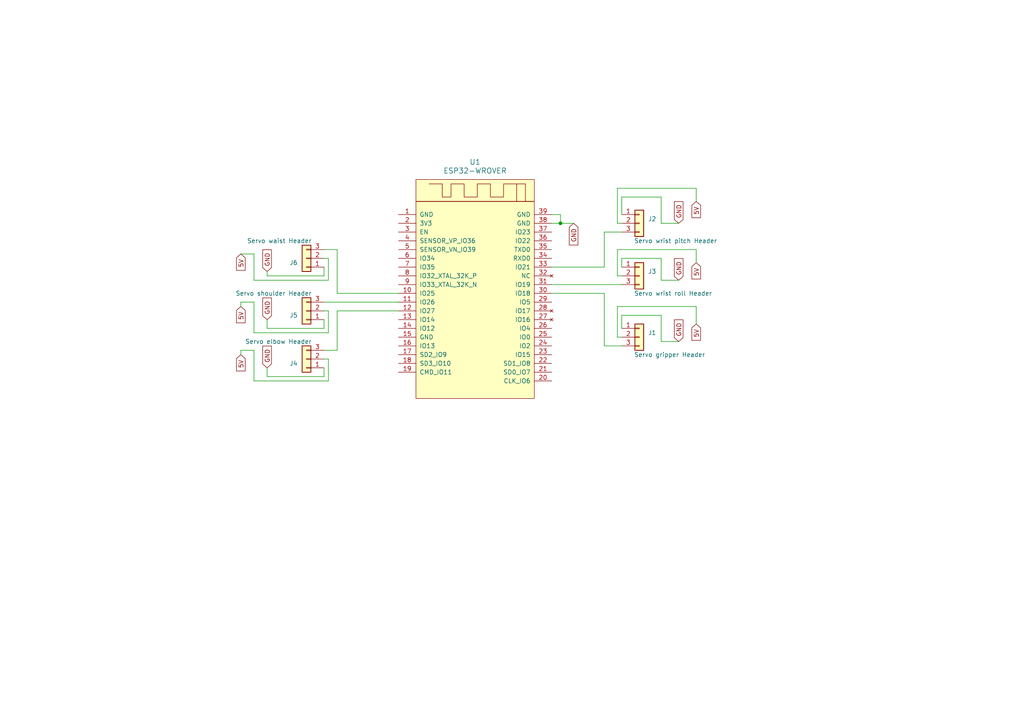
<source format=kicad_sch>
(kicad_sch (version 20231120) (generator "eeschema") (generator_version "8.0")
  (paper "A4")
  (lib_symbols
    (symbol "Connector_Generic:Conn_01x03" (pin_names (offset 1.016) hide)
      (property "Reference" "J" (at 0 5.08 0))
      (property "Value" "Conn_01x03" (at 0 -5.08 0))
      (symbol "Conn_01x03_1_1"
        (rectangle (start -1.27 -2.413) (end 0 -2.667) (stroke (width 0.1524)))
        (rectangle (start -1.27 0.127) (end 0 -0.127) (stroke (width 0.1524)))
        (rectangle (start -1.27 2.667) (end 0 2.413) (stroke (width 0.1524)))
        (rectangle (start -1.27 3.81) (end 1.27 -3.81) (stroke (width 0.254)) (fill (type background)))
        (pin passive line (at -5.08 2.54 0) (length 3.81) (name "Pin_1") (number "1"))
        (pin passive line (at -5.08 0 0) (length 3.81) (name "Pin_2") (number "2"))
        (pin passive line (at -5.08 -2.54 0) (length 3.81) (name "Pin_3") (number "3"))
      )
    )
    (symbol "esp32-wrover:ESP32-WROVER" (pin_names (offset 1.016))
      (property "Reference" "U" (at -15.24 -33.02 0))
      (property "Value" "ESP32-WROVER" (at 6.35 -33.02 0))
      (symbol "ESP32-WROVER_0_1"
        (rectangle (start -17.78 22.86) (end 16.51 -34.29) (fill (type background)))
        (rectangle (start -17.78 29.21) (end 16.51 22.86) (fill (type background)))
        (polyline (pts (xy 11.43 27.94) (xy 13.97 27.94) (xy 13.97 22.86)))
        (polyline (pts (xy -13.97 27.94) (xy -10.16 27.94) (xy -10.16 24.13) (xy -7.62 24.13) (xy -7.62 27.94) (xy -3.81 27.94) (xy -3.81 24.13) (xy 0 24.13) (xy 0 27.94) (xy 3.81 27.94) (xy 3.81 24.13) (xy 7.62 24.13) (xy 7.62 27.94) (xy 11.43 27.94) (xy 11.43 22.86)))
      )
      (symbol "ESP32-WROVER_1_1"
        (pin power_in line (at -22.86 19.05 0) (length 5.08) (name "GND") (number "1"))
        (pin bidirectional line (at -22.86 -3.81 0) (length 5.08) (name "IO25") (number "10"))
        (pin bidirectional line (at -22.86 -6.35 0) (length 5.08) (name "IO26") (number "11"))
        (pin bidirectional line (at -22.86 -8.89 0) (length 5.08) (name "IO27") (number "12"))
        (pin bidirectional line (at -22.86 -11.43 0) (length 5.08) (name "IO14") (number "13"))
        (pin bidirectional line (at -22.86 -13.97 0) (length 5.08) (name "IO12") (number "14"))
        (pin power_in line (at -22.86 -16.51 0) (length 5.08) (name "GND") (number "15"))
        (pin bidirectional line (at -22.86 -19.05 0) (length 5.08) (name "IO13") (number "16"))
        (pin bidirectional line (at -22.86 -21.59 0) (length 5.08) (name "SD2_IO9") (number "17"))
        (pin bidirectional line (at -22.86 -24.13 0) (length 5.08) (name "SD3_IO10") (number "18"))
        (pin bidirectional line (at -22.86 -26.67 0) (length 5.08) (name "CMD_IO11") (number "19"))
        (pin power_in line (at -22.86 16.51 0) (length 5.08) (name "3V3") (number "2"))
        (pin bidirectional line (at 21.59 -29.21 180) (length 5.08) (name "CLK_IO6") (number "20"))
        (pin bidirectional line (at 21.59 -26.67 180) (length 5.08) (name "SD0_IO7") (number "21"))
        (pin bidirectional line (at 21.59 -24.13 180) (length 5.08) (name "SD1_IO8") (number "22"))
        (pin bidirectional line (at 21.59 -21.59 180) (length 5.08) (name "IO15") (number "23"))
        (pin bidirectional line (at 21.59 -19.05 180) (length 5.08) (name "IO2") (number "24"))
        (pin bidirectional line (at 21.59 -16.51 180) (length 5.08) (name "IO0") (number "25"))
        (pin bidirectional line (at 21.59 -13.97 180) (length 5.08) (name "IO4") (number "26"))
        (pin no_connect line (at 21.59 -11.43 180) (length 5.08) (name "IO16") (number "27"))
        (pin no_connect line (at 21.59 -8.89 180) (length 5.08) (name "IO17") (number "28"))
        (pin bidirectional line (at 21.59 -6.35 180) (length 5.08) (name "IO5") (number "29"))
        (pin input line (at -22.86 13.97 0) (length 5.08) (name "EN") (number "3"))
        (pin bidirectional line (at 21.59 -3.81 180) (length 5.08) (name "IO18") (number "30"))
        (pin bidirectional line (at 21.59 -1.27 180) (length 5.08) (name "IO19") (number "31"))
        (pin no_connect line (at 21.59 1.27 180) (length 5.08) (name "NC") (number "32"))
        (pin bidirectional line (at 21.59 3.81 180) (length 5.08) (name "IO21") (number "33"))
        (pin input line (at 21.59 6.35 180) (length 5.08) (name "RXD0") (number "34"))
        (pin output line (at 21.59 8.89 180) (length 5.08) (name "TXD0") (number "35"))
        (pin bidirectional line (at 21.59 11.43 180) (length 5.08) (name "IO22") (number "36"))
        (pin bidirectional line (at 21.59 13.97 180) (length 5.08) (name "IO23") (number "37"))
        (pin power_in line (at 21.59 16.51 180) (length 5.08) (name "GND") (number "38"))
        (pin power_in line (at 21.59 19.05 180) (length 5.08) (name "GND") (number "39"))
        (pin input line (at -22.86 11.43 0) (length 5.08) (name "SENSOR_VP_IO36") (number "4"))
        (pin input line (at -22.86 8.89 0) (length 5.08) (name "SENSOR_VN_IO39") (number "5"))
        (pin input line (at -22.86 6.35 0) (length 5.08) (name "IO34") (number "6"))
        (pin input line (at -22.86 3.81 0) (length 5.08) (name "IO35") (number "7"))
        (pin bidirectional line (at -22.86 1.27 0) (length 5.08) (name "IO32_XTAL_32K_P") (number "8"))
        (pin bidirectional line (at -22.86 -1.27 0) (length 5.08) (name "IO33_XTAL_32K_N") (number "9"))
      )
    )
  )
  (junction (at 162.56 64.77))
  (wire (pts (xy 77.47 80.01) (xy 93.98 80.01)))
  (wire (pts (xy 179.07 54.61) (xy 179.07 64.77)))
  (wire (pts (xy 179.07 97.79) (xy 180.34 97.79)))
  (wire (pts (xy 191.77 74.93) (xy 180.34 74.93)))
  (wire (pts (xy 95.25 74.93) (xy 93.98 74.93)))
  (wire (pts (xy 196.85 64.77) (xy 191.77 64.77)))
  (wire (pts (xy 69.85 101.6) (xy 73.66 101.6)))
  (wire (pts (xy 196.85 81.28) (xy 191.77 81.28)))
  (wire (pts (xy 179.07 64.77) (xy 180.34 64.77)))
  (wire (pts (xy 77.47 106.68) (xy 77.47 109.22)))
  (wire (pts (xy 179.07 80.01) (xy 180.34 80.01)))
  (wire (pts (xy 180.34 57.15) (xy 180.34 62.23)))
  (wire (pts (xy 97.79 90.17) (xy 115.57 90.17)))
  (wire (pts (xy 175.26 100.33) (xy 175.26 85.09)))
  (wire (pts (xy 201.93 93.98) (xy 201.93 88.9)))
  (wire (pts (xy 77.47 78.74) (xy 77.47 80.01)))
  (wire (pts (xy 175.26 67.31) (xy 175.26 77.47)))
  (wire (pts (xy 69.85 87.63) (xy 73.66 87.63)))
  (wire (pts (xy 175.26 85.09) (xy 160.02 85.09)))
  (wire (pts (xy 162.56 64.77) (xy 166.37 64.77)))
  (wire (pts (xy 191.77 99.06) (xy 191.77 91.44)))
  (wire (pts (xy 77.47 95.25) (xy 93.98 95.25)))
  (wire (pts (xy 201.93 54.61) (xy 179.07 54.61)))
  (wire (pts (xy 95.25 90.17) (xy 93.98 90.17)))
  (wire (pts (xy 201.93 88.9) (xy 179.07 88.9)))
  (wire (pts (xy 180.34 100.33) (xy 175.26 100.33)))
  (wire (pts (xy 73.66 81.28) (xy 95.25 81.28)))
  (wire (pts (xy 97.79 72.39) (xy 97.79 85.09)))
  (wire (pts (xy 180.34 91.44) (xy 180.34 95.25)))
  (wire (pts (xy 73.66 101.6) (xy 73.66 110.49)))
  (wire (pts (xy 191.77 64.77) (xy 191.77 57.15)))
  (wire (pts (xy 191.77 57.15) (xy 180.34 57.15)))
  (wire (pts (xy 73.66 110.49) (xy 95.25 110.49)))
  (wire (pts (xy 180.34 67.31) (xy 175.26 67.31)))
  (wire (pts (xy 179.07 88.9) (xy 179.07 97.79)))
  (wire (pts (xy 179.07 72.39) (xy 179.07 80.01)))
  (wire (pts (xy 93.98 72.39) (xy 97.79 72.39)))
  (wire (pts (xy 160.02 64.77) (xy 162.56 64.77)))
  (wire (pts (xy 95.25 96.52) (xy 95.25 90.17)))
  (wire (pts (xy 93.98 95.25) (xy 93.98 92.71)))
  (wire (pts (xy 201.93 58.42) (xy 201.93 54.61)))
  (wire (pts (xy 97.79 85.09) (xy 115.57 85.09)))
  (wire (pts (xy 180.34 74.93) (xy 180.34 77.47)))
  (wire (pts (xy 201.93 76.2) (xy 201.93 72.39)))
  (wire (pts (xy 95.25 81.28) (xy 95.25 74.93)))
  (wire (pts (xy 162.56 62.23) (xy 160.02 62.23)))
  (wire (pts (xy 191.77 81.28) (xy 191.77 74.93)))
  (wire (pts (xy 196.85 99.06) (xy 191.77 99.06)))
  (wire (pts (xy 77.47 92.71) (xy 77.47 95.25)))
  (wire (pts (xy 93.98 77.47) (xy 93.98 80.01)))
  (wire (pts (xy 73.66 73.66) (xy 73.66 81.28)))
  (wire (pts (xy 201.93 72.39) (xy 179.07 72.39)))
  (wire (pts (xy 95.25 110.49) (xy 95.25 104.14)))
  (wire (pts (xy 93.98 87.63) (xy 115.57 87.63)))
  (wire (pts (xy 175.26 77.47) (xy 160.02 77.47)))
  (wire (pts (xy 160.02 82.55) (xy 180.34 82.55)))
  (wire (pts (xy 95.25 104.14) (xy 93.98 104.14)))
  (wire (pts (xy 77.47 109.22) (xy 93.98 109.22)))
  (wire (pts (xy 69.85 88.9) (xy 69.85 87.63)))
  (wire (pts (xy 73.66 96.52) (xy 95.25 96.52)))
  (wire (pts (xy 69.85 102.87) (xy 69.85 101.6)))
  (wire (pts (xy 73.66 87.63) (xy 73.66 96.52)))
  (wire (pts (xy 69.85 73.66) (xy 73.66 73.66)))
  (wire (pts (xy 191.77 91.44) (xy 180.34 91.44)))
  (wire (pts (xy 162.56 64.77) (xy 162.56 62.23)))
  (wire (pts (xy 93.98 109.22) (xy 93.98 106.68)))
  (wire (pts (xy 97.79 101.6) (xy 97.79 90.17)))
  (wire (pts (xy 93.98 101.6) (xy 97.79 101.6)))
  (global_label "GND" (shape input) (at 196.85 64.77 90) (property "Intersheetrefs" "${INTERSHEET_REFS}" (effects (hide yes))))
  (global_label "GND" (shape input) (at 196.85 99.06 90) (property "Intersheetrefs" "${INTERSHEET_REFS}" (effects (hide yes))))
  (global_label "GND" (shape input) (at 196.85 81.28 90) (property "Intersheetrefs" "${INTERSHEET_REFS}" (effects (hide yes))))
  (global_label "5V" (shape input) (at 69.85 88.9 270) (property "Intersheetrefs" "${INTERSHEET_REFS}" (effects (hide yes))))
  (global_label "5V" (shape input) (at 201.93 76.2 270) (property "Intersheetrefs" "${INTERSHEET_REFS}" (effects (hide yes))))
  (global_label "GND" (shape input) (at 77.47 92.71 90) (property "Intersheetrefs" "${INTERSHEET_REFS}" (effects (hide yes))))
  (global_label "GND" (shape input) (at 77.47 78.74 90) (property "Intersheetrefs" "${INTERSHEET_REFS}" (effects (hide yes))))
  (global_label "5V" (shape input) (at 201.93 93.98 270) (property "Intersheetrefs" "${INTERSHEET_REFS}" (effects (hide yes))))
  (global_label "GND" (shape input) (at 77.47 106.68 90) (property "Intersheetrefs" "${INTERSHEET_REFS}" (effects (hide yes))))
  (global_label "GND" (shape input) (at 166.37 64.77 270) (property "Intersheetrefs" "${INTERSHEET_REFS}" (effects (hide yes))))
  (global_label "5V" (shape input) (at 201.93 58.42 270) (property "Intersheetrefs" "${INTERSHEET_REFS}" (effects (hide yes))))
  (global_label "5V" (shape input) (at 69.85 73.66 270) (property "Intersheetrefs" "${INTERSHEET_REFS}" (effects (hide yes))))
  (global_label "5V" (shape input) (at 69.85 102.87 270) (property "Intersheetrefs" "${INTERSHEET_REFS}" (effects (hide yes))))
  (symbol (lib_id "Connector_Generic:Conn_01x03") (at 88.9 90.17 180) (unit 1)
    (property "Reference" "J5" (at 86.36 91.4401 0) (effects (justify left)))
    (property "Value" "Servo shoulder Header" (at 90.424 85.09 0) (effects (justify left)))
    (property "Footprint" "Connector_PinHeader_2.54mm:PinHeader_1x03_P2.54mm_Vertical" (effects (hide yes)))
    (property "Description" "Generic connector, single row, 01x03, script generated (kicad-library-utils/schlib/autogen/connector/)" (effects (hide yes)))
  )
  (symbol (lib_id "Connector_Generic:Conn_01x03") (at 185.42 80.01 0) (unit 1)
    (property "Reference" "J3" (at 187.96 78.7399 0) (effects (justify left)))
    (property "Value" "Servo wrist roll Header" (at 183.896 85.09 0) (effects (justify left)))
    (property "Footprint" "Connector_PinHeader_2.54mm:PinHeader_1x03_P2.54mm_Vertical" (effects (hide yes)))
    (property "Description" "Generic connector, single row, 01x03, script generated (kicad-library-utils/schlib/autogen/connector/)" (effects (hide yes)))
  )
  (symbol (lib_id "Connector_Generic:Conn_01x03") (at 88.9 104.14 180) (unit 1)
    (property "Reference" "J4" (at 86.36 105.4101 0) (effects (justify left)))
    (property "Value" "Servo elbow Header" (at 90.424 99.06 0) (effects (justify left)))
    (property "Footprint" "Connector_PinHeader_2.54mm:PinHeader_1x03_P2.54mm_Vertical" (effects (hide yes)))
    (property "Description" "Generic connector, single row, 01x03, script generated (kicad-library-utils/schlib/autogen/connector/)" (effects (hide yes)))
  )
  (symbol (lib_id "Connector_Generic:Conn_01x03") (at 88.9 74.93 180) (unit 1)
    (property "Reference" "J6" (at 86.36 76.2001 0) (effects (justify left)))
    (property "Value" "Servo waist Header" (at 90.424 69.85 0) (effects (justify left)))
    (property "Footprint" "Connector_PinHeader_2.54mm:PinHeader_1x03_P2.54mm_Vertical" (effects (hide yes)))
    (property "Description" "Generic connector, single row, 01x03, script generated (kicad-library-utils/schlib/autogen/connector/)" (effects (hide yes)))
  )
  (symbol (lib_id "Connector_Generic:Conn_01x03") (at 185.42 97.79 0) (unit 1)
    (property "Reference" "J1" (at 187.96 96.5199 0) (effects (justify left)))
    (property "Value" "Servo gripper Header" (at 183.896 102.87 0) (effects (justify left)))
    (property "Footprint" "Connector_PinHeader_2.54mm:PinHeader_1x03_P2.54mm_Vertical" (effects (hide yes)))
    (property "Description" "Generic connector, single row, 01x03, script generated (kicad-library-utils/schlib/autogen/connector/)" (effects (hide yes)))
  )
  (symbol (lib_id "esp32-wrover:ESP32-WROVER") (at 138.43 81.28 0) (unit 1)
    (property "Reference" "U1" (at 137.795 46.99 0) (effects (font (size 1.524 1.524))))
    (property "Value" "ESP32-WROVER" (at 137.795 49.53 0) (effects (font (size 1.524 1.524))))
    (property "Footprint" "Library:ESP32-WROVER" (effects (hide yes)))
  )
  (symbol (lib_id "Connector_Generic:Conn_01x03") (at 185.42 64.77 0) (unit 1)
    (property "Reference" "J2" (at 187.96 63.4999 0) (effects (justify left)))
    (property "Value" "Servo wrist pitch Header" (at 183.896 69.85 0) (effects (justify left)))
    (property "Footprint" "Connector_PinHeader_2.54mm:PinHeader_1x03_P2.54mm_Vertical" (effects (hide yes)))
    (property "Description" "Generic connector, single row, 01x03, script generated (kicad-library-utils/schlib/autogen/connector/)" (effects (hide yes)))
  )
)
</source>
